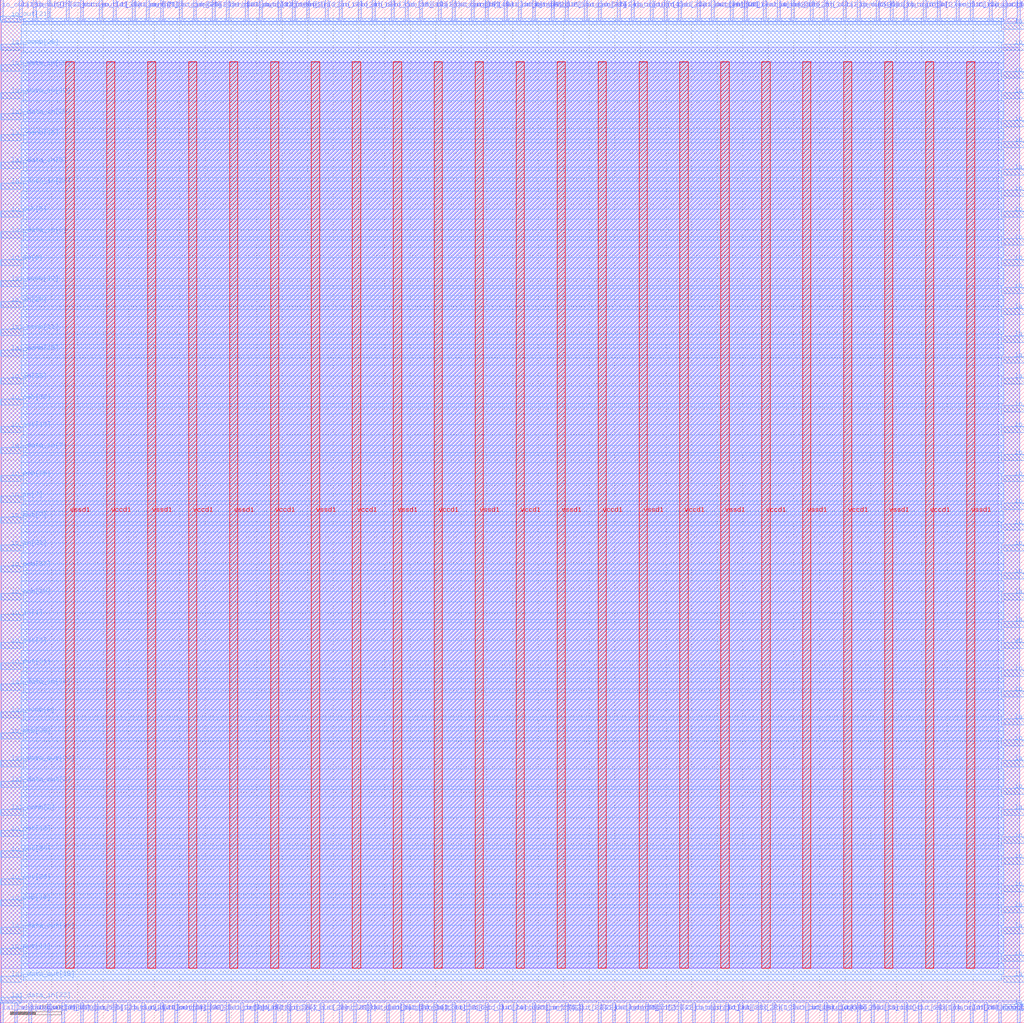
<source format=lef>
VERSION 5.7 ;
  NOWIREEXTENSIONATPIN ON ;
  DIVIDERCHAR "/" ;
  BUSBITCHARS "[]" ;
MACRO wrapped_skullfet
  CLASS BLOCK ;
  FOREIGN wrapped_skullfet ;
  ORIGIN 0.000 0.000 ;
  SIZE 200.000 BY 200.000 ;
  PIN active
    DIRECTION INPUT ;
    USE SIGNAL ;
    PORT
      LAYER met2 ;
        RECT 15.590 196.000 16.150 200.000 ;
    END
  END active
  PIN io_in[0]
    DIRECTION INPUT ;
    USE SIGNAL ;
    PORT
      LAYER met2 ;
        RECT 53.310 0.000 53.870 4.000 ;
    END
  END io_in[0]
  PIN io_in[10]
    DIRECTION INPUT ;
    USE SIGNAL ;
    PORT
      LAYER met2 ;
        RECT 123.230 196.000 123.790 200.000 ;
    END
  END io_in[10]
  PIN io_in[11]
    DIRECTION INPUT ;
    USE SIGNAL ;
    PORT
      LAYER met2 ;
        RECT 28.470 196.000 29.030 200.000 ;
    END
  END io_in[11]
  PIN io_in[12]
    DIRECTION INPUT ;
    USE SIGNAL ;
    PORT
      LAYER met3 ;
        RECT 196.000 161.580 200.000 162.780 ;
    END
  END io_in[12]
  PIN io_in[13]
    DIRECTION INPUT ;
    USE SIGNAL ;
    PORT
      LAYER met2 ;
        RECT 81.830 0.000 82.390 4.000 ;
    END
  END io_in[13]
  PIN io_in[14]
    DIRECTION INPUT ;
    USE SIGNAL ;
    PORT
      LAYER met2 ;
        RECT 91.950 196.000 92.510 200.000 ;
    END
  END io_in[14]
  PIN io_in[15]
    DIRECTION INPUT ;
    USE SIGNAL ;
    PORT
      LAYER met3 ;
        RECT 196.000 171.100 200.000 172.300 ;
    END
  END io_in[15]
  PIN io_in[16]
    DIRECTION INPUT ;
    USE SIGNAL ;
    PORT
      LAYER met2 ;
        RECT 185.790 0.000 186.350 4.000 ;
    END
  END io_in[16]
  PIN io_in[17]
    DIRECTION INPUT ;
    USE SIGNAL ;
    PORT
      LAYER met2 ;
        RECT 63.430 196.000 63.990 200.000 ;
    END
  END io_in[17]
  PIN io_in[18]
    DIRECTION INPUT ;
    USE SIGNAL ;
    PORT
      LAYER met2 ;
        RECT 69.870 196.000 70.430 200.000 ;
    END
  END io_in[18]
  PIN io_in[19]
    DIRECTION INPUT ;
    USE SIGNAL ;
    PORT
      LAYER met2 ;
        RECT 148.070 0.000 148.630 4.000 ;
    END
  END io_in[19]
  PIN io_in[1]
    DIRECTION INPUT ;
    USE SIGNAL ;
    PORT
      LAYER met3 ;
        RECT 0.000 78.620 4.000 79.820 ;
    END
  END io_in[1]
  PIN io_in[20]
    DIRECTION INPUT ;
    USE SIGNAL ;
    PORT
      LAYER met3 ;
        RECT 0.000 139.820 4.000 141.020 ;
    END
  END io_in[20]
  PIN io_in[21]
    DIRECTION INPUT ;
    USE SIGNAL ;
    PORT
      LAYER met3 ;
        RECT 0.000 92.220 4.000 93.420 ;
    END
  END io_in[21]
  PIN io_in[22]
    DIRECTION INPUT ;
    USE SIGNAL ;
    PORT
      LAYER met3 ;
        RECT 196.000 35.100 200.000 36.300 ;
    END
  END io_in[22]
  PIN io_in[23]
    DIRECTION INPUT ;
    USE SIGNAL ;
    PORT
      LAYER met2 ;
        RECT 59.750 196.000 60.310 200.000 ;
    END
  END io_in[23]
  PIN io_in[24]
    DIRECTION INPUT ;
    USE SIGNAL ;
    PORT
      LAYER met2 ;
        RECT 50.550 196.000 51.110 200.000 ;
    END
  END io_in[24]
  PIN io_in[25]
    DIRECTION INPUT ;
    USE SIGNAL ;
    PORT
      LAYER met2 ;
        RECT 128.750 0.000 129.310 4.000 ;
    END
  END io_in[25]
  PIN io_in[26]
    DIRECTION INPUT ;
    USE SIGNAL ;
    PORT
      LAYER met2 ;
        RECT 125.990 0.000 126.550 4.000 ;
    END
  END io_in[26]
  PIN io_in[27]
    DIRECTION INPUT ;
    USE SIGNAL ;
    PORT
      LAYER met3 ;
        RECT 196.000 11.980 200.000 13.180 ;
    END
  END io_in[27]
  PIN io_in[28]
    DIRECTION INPUT ;
    USE SIGNAL ;
    PORT
      LAYER met2 ;
        RECT 113.110 0.000 113.670 4.000 ;
    END
  END io_in[28]
  PIN io_in[29]
    DIRECTION INPUT ;
    USE SIGNAL ;
    PORT
      LAYER met2 ;
        RECT 198.670 196.000 199.230 200.000 ;
    END
  END io_in[29]
  PIN io_in[2]
    DIRECTION INPUT ;
    USE SIGNAL ;
    PORT
      LAYER met2 ;
        RECT 56.070 0.000 56.630 4.000 ;
    END
  END io_in[2]
  PIN io_in[30]
    DIRECTION INPUT ;
    USE SIGNAL ;
    PORT
      LAYER met3 ;
        RECT 196.000 54.140 200.000 55.340 ;
    END
  END io_in[30]
  PIN io_in[31]
    DIRECTION INPUT ;
    USE SIGNAL ;
    PORT
      LAYER met2 ;
        RECT 9.150 196.000 9.710 200.000 ;
    END
  END io_in[31]
  PIN io_in[32]
    DIRECTION INPUT ;
    USE SIGNAL ;
    PORT
      LAYER met2 ;
        RECT 106.670 0.000 107.230 4.000 ;
    END
  END io_in[32]
  PIN io_in[33]
    DIRECTION INPUT ;
    USE SIGNAL ;
    PORT
      LAYER met3 ;
        RECT 0.000 124.860 4.000 126.060 ;
    END
  END io_in[33]
  PIN io_in[34]
    DIRECTION INPUT ;
    USE SIGNAL ;
    PORT
      LAYER met2 ;
        RECT 158.190 196.000 158.750 200.000 ;
    END
  END io_in[34]
  PIN io_in[35]
    DIRECTION INPUT ;
    USE SIGNAL ;
    PORT
      LAYER met2 ;
        RECT 176.590 196.000 177.150 200.000 ;
    END
  END io_in[35]
  PIN io_in[36]
    DIRECTION INPUT ;
    USE SIGNAL ;
    PORT
      LAYER met3 ;
        RECT 196.000 109.900 200.000 111.100 ;
    END
  END io_in[36]
  PIN io_in[37]
    DIRECTION INPUT ;
    USE SIGNAL ;
    PORT
      LAYER met2 ;
        RECT 180.270 196.000 180.830 200.000 ;
    END
  END io_in[37]
  PIN io_in[3]
    DIRECTION INPUT ;
    USE SIGNAL ;
    PORT
      LAYER met2 ;
        RECT 126.910 196.000 127.470 200.000 ;
    END
  END io_in[3]
  PIN io_in[4]
    DIRECTION INPUT ;
    USE SIGNAL ;
    PORT
      LAYER met3 ;
        RECT 196.000 105.820 200.000 107.020 ;
    END
  END io_in[4]
  PIN io_in[5]
    DIRECTION INPUT ;
    USE SIGNAL ;
    PORT
      LAYER met3 ;
        RECT 196.000 190.140 200.000 191.340 ;
    END
  END io_in[5]
  PIN io_in[6]
    DIRECTION INPUT ;
    USE SIGNAL ;
    PORT
      LAYER met3 ;
        RECT 0.000 147.980 4.000 149.180 ;
    END
  END io_in[6]
  PIN io_in[7]
    DIRECTION INPUT ;
    USE SIGNAL ;
    PORT
      LAYER met3 ;
        RECT 0.000 101.740 4.000 102.940 ;
    END
  END io_in[7]
  PIN io_in[8]
    DIRECTION INPUT ;
    USE SIGNAL ;
    PORT
      LAYER met3 ;
        RECT 196.000 119.420 200.000 120.620 ;
    END
  END io_in[8]
  PIN io_in[9]
    DIRECTION INPUT ;
    USE SIGNAL ;
    PORT
      LAYER met2 ;
        RECT 56.990 196.000 57.550 200.000 ;
    END
  END io_in[9]
  PIN io_oeb[0]
    DIRECTION OUTPUT TRISTATE ;
    USE SIGNAL ;
    PORT
      LAYER met2 ;
        RECT 91.030 0.000 91.590 4.000 ;
    END
  END io_oeb[0]
  PIN io_oeb[10]
    DIRECTION OUTPUT TRISTATE ;
    USE SIGNAL ;
    PORT
      LAYER met3 ;
        RECT 0.000 82.700 4.000 83.900 ;
    END
  END io_oeb[10]
  PIN io_oeb[11]
    DIRECTION OUTPUT TRISTATE ;
    USE SIGNAL ;
    PORT
      LAYER met3 ;
        RECT 196.000 96.300 200.000 97.500 ;
    END
  END io_oeb[11]
  PIN io_oeb[12]
    DIRECTION OUTPUT TRISTATE ;
    USE SIGNAL ;
    PORT
      LAYER met3 ;
        RECT 196.000 31.020 200.000 32.220 ;
    END
  END io_oeb[12]
  PIN io_oeb[13]
    DIRECTION OUTPUT TRISTATE ;
    USE SIGNAL ;
    PORT
      LAYER met3 ;
        RECT 196.000 25.580 200.000 26.780 ;
    END
  END io_oeb[13]
  PIN io_oeb[14]
    DIRECTION OUTPUT TRISTATE ;
    USE SIGNAL ;
    PORT
      LAYER met3 ;
        RECT 0.000 22.860 4.000 24.060 ;
    END
  END io_oeb[14]
  PIN io_oeb[15]
    DIRECTION OUTPUT TRISTATE ;
    USE SIGNAL ;
    PORT
      LAYER met2 ;
        RECT 76.310 196.000 76.870 200.000 ;
    END
  END io_oeb[15]
  PIN io_oeb[16]
    DIRECTION OUTPUT TRISTATE ;
    USE SIGNAL ;
    PORT
      LAYER met2 ;
        RECT 179.350 0.000 179.910 4.000 ;
    END
  END io_oeb[16]
  PIN io_oeb[17]
    DIRECTION OUTPUT TRISTATE ;
    USE SIGNAL ;
    PORT
      LAYER met2 ;
        RECT 46.870 0.000 47.430 4.000 ;
    END
  END io_oeb[17]
  PIN io_oeb[18]
    DIRECTION OUTPUT TRISTATE ;
    USE SIGNAL ;
    PORT
      LAYER met2 ;
        RECT 151.750 196.000 152.310 200.000 ;
    END
  END io_oeb[18]
  PIN io_oeb[19]
    DIRECTION OUTPUT TRISTATE ;
    USE SIGNAL ;
    PORT
      LAYER met2 ;
        RECT 79.070 196.000 79.630 200.000 ;
    END
  END io_oeb[19]
  PIN io_oeb[1]
    DIRECTION OUTPUT TRISTATE ;
    USE SIGNAL ;
    PORT
      LAYER met2 ;
        RECT 135.190 0.000 135.750 4.000 ;
    END
  END io_oeb[1]
  PIN io_oeb[20]
    DIRECTION OUTPUT TRISTATE ;
    USE SIGNAL ;
    PORT
      LAYER met3 ;
        RECT 196.000 63.660 200.000 64.860 ;
    END
  END io_oeb[20]
  PIN io_oeb[21]
    DIRECTION OUTPUT TRISTATE ;
    USE SIGNAL ;
    PORT
      LAYER met2 ;
        RECT 34.910 196.000 35.470 200.000 ;
    END
  END io_oeb[21]
  PIN io_oeb[22]
    DIRECTION OUTPUT TRISTATE ;
    USE SIGNAL ;
    PORT
      LAYER met2 ;
        RECT 18.350 0.000 18.910 4.000 ;
    END
  END io_oeb[22]
  PIN io_oeb[23]
    DIRECTION OUTPUT TRISTATE ;
    USE SIGNAL ;
    PORT
      LAYER met2 ;
        RECT 114.030 196.000 114.590 200.000 ;
    END
  END io_oeb[23]
  PIN io_oeb[24]
    DIRECTION OUTPUT TRISTATE ;
    USE SIGNAL ;
    PORT
      LAYER met2 ;
        RECT 116.790 196.000 117.350 200.000 ;
    END
  END io_oeb[24]
  PIN io_oeb[25]
    DIRECTION OUTPUT TRISTATE ;
    USE SIGNAL ;
    PORT
      LAYER met2 ;
        RECT 163.710 0.000 164.270 4.000 ;
    END
  END io_oeb[25]
  PIN io_oeb[26]
    DIRECTION OUTPUT TRISTATE ;
    USE SIGNAL ;
    PORT
      LAYER met3 ;
        RECT 196.000 147.980 200.000 149.180 ;
    END
  END io_oeb[26]
  PIN io_oeb[27]
    DIRECTION OUTPUT TRISTATE ;
    USE SIGNAL ;
    PORT
      LAYER met2 ;
        RECT 129.670 196.000 130.230 200.000 ;
    END
  END io_oeb[27]
  PIN io_oeb[28]
    DIRECTION OUTPUT TRISTATE ;
    USE SIGNAL ;
    PORT
      LAYER met2 ;
        RECT 144.390 0.000 144.950 4.000 ;
    END
  END io_oeb[28]
  PIN io_oeb[29]
    DIRECTION OUTPUT TRISTATE ;
    USE SIGNAL ;
    PORT
      LAYER met3 ;
        RECT 196.000 115.340 200.000 116.540 ;
    END
  END io_oeb[29]
  PIN io_oeb[2]
    DIRECTION OUTPUT TRISTATE ;
    USE SIGNAL ;
    PORT
      LAYER met2 ;
        RECT 171.070 196.000 171.630 200.000 ;
    END
  END io_oeb[2]
  PIN io_oeb[30]
    DIRECTION OUTPUT TRISTATE ;
    USE SIGNAL ;
    PORT
      LAYER met2 ;
        RECT 37.670 196.000 38.230 200.000 ;
    END
  END io_oeb[30]
  PIN io_oeb[31]
    DIRECTION OUTPUT TRISTATE ;
    USE SIGNAL ;
    PORT
      LAYER met2 ;
        RECT 141.630 0.000 142.190 4.000 ;
    END
  END io_oeb[31]
  PIN io_oeb[32]
    DIRECTION OUTPUT TRISTATE ;
    USE SIGNAL ;
    PORT
      LAYER met3 ;
        RECT 0.000 120.780 4.000 121.980 ;
    END
  END io_oeb[32]
  PIN io_oeb[33]
    DIRECTION OUTPUT TRISTATE ;
    USE SIGNAL ;
    PORT
      LAYER met2 ;
        RECT 167.390 0.000 167.950 4.000 ;
    END
  END io_oeb[33]
  PIN io_oeb[34]
    DIRECTION OUTPUT TRISTATE ;
    USE SIGNAL ;
    PORT
      LAYER met2 ;
        RECT 66.190 196.000 66.750 200.000 ;
    END
  END io_oeb[34]
  PIN io_oeb[35]
    DIRECTION OUTPUT TRISTATE ;
    USE SIGNAL ;
    PORT
      LAYER met3 ;
        RECT 0.000 105.820 4.000 107.020 ;
    END
  END io_oeb[35]
  PIN io_oeb[36]
    DIRECTION OUTPUT TRISTATE ;
    USE SIGNAL ;
    PORT
      LAYER met3 ;
        RECT 0.000 55.500 4.000 56.700 ;
    END
  END io_oeb[36]
  PIN io_oeb[37]
    DIRECTION OUTPUT TRISTATE ;
    USE SIGNAL ;
    PORT
      LAYER met3 ;
        RECT 0.000 88.140 4.000 89.340 ;
    END
  END io_oeb[37]
  PIN io_oeb[3]
    DIRECTION OUTPUT TRISTATE ;
    USE SIGNAL ;
    PORT
      LAYER met2 ;
        RECT 88.270 0.000 88.830 4.000 ;
    END
  END io_oeb[3]
  PIN io_oeb[4]
    DIRECTION OUTPUT TRISTATE ;
    USE SIGNAL ;
    PORT
      LAYER met2 ;
        RECT 172.910 0.000 173.470 4.000 ;
    END
  END io_oeb[4]
  PIN io_oeb[5]
    DIRECTION OUTPUT TRISTATE ;
    USE SIGNAL ;
    PORT
      LAYER met3 ;
        RECT 0.000 157.500 4.000 158.700 ;
    END
  END io_oeb[5]
  PIN io_oeb[6]
    DIRECTION OUTPUT TRISTATE ;
    USE SIGNAL ;
    PORT
      LAYER met3 ;
        RECT 196.000 44.620 200.000 45.820 ;
    END
  END io_oeb[6]
  PIN io_oeb[7]
    DIRECTION OUTPUT TRISTATE ;
    USE SIGNAL ;
    PORT
      LAYER met2 ;
        RECT 72.630 196.000 73.190 200.000 ;
    END
  END io_oeb[7]
  PIN io_oeb[8]
    DIRECTION OUTPUT TRISTATE ;
    USE SIGNAL ;
    PORT
      LAYER met2 ;
        RECT 15.590 0.000 16.150 4.000 ;
    END
  END io_oeb[8]
  PIN io_oeb[9]
    DIRECTION OUTPUT TRISTATE ;
    USE SIGNAL ;
    PORT
      LAYER met2 ;
        RECT 37.670 0.000 38.230 4.000 ;
    END
  END io_oeb[9]
  PIN io_out[0]
    DIRECTION OUTPUT TRISTATE ;
    USE SIGNAL ;
    PORT
      LAYER met3 ;
        RECT 196.000 184.700 200.000 185.900 ;
    END
  END io_out[0]
  PIN io_out[10]
    DIRECTION OUTPUT TRISTATE ;
    USE SIGNAL ;
    PORT
      LAYER met3 ;
        RECT 196.000 92.220 200.000 93.420 ;
    END
  END io_out[10]
  PIN io_out[11]
    DIRECTION OUTPUT TRISTATE ;
    USE SIGNAL ;
    PORT
      LAYER met3 ;
        RECT 0.000 13.340 4.000 14.540 ;
    END
  END io_out[11]
  PIN io_out[12]
    DIRECTION OUTPUT TRISTATE ;
    USE SIGNAL ;
    PORT
      LAYER met3 ;
        RECT 0.000 36.460 4.000 37.660 ;
    END
  END io_out[12]
  PIN io_out[13]
    DIRECTION OUTPUT TRISTATE ;
    USE SIGNAL ;
    PORT
      LAYER met2 ;
        RECT 138.870 0.000 139.430 4.000 ;
    END
  END io_out[13]
  PIN io_out[14]
    DIRECTION OUTPUT TRISTATE ;
    USE SIGNAL ;
    PORT
      LAYER met3 ;
        RECT 196.000 152.060 200.000 153.260 ;
    END
  END io_out[14]
  PIN io_out[15]
    DIRECTION OUTPUT TRISTATE ;
    USE SIGNAL ;
    PORT
      LAYER met2 ;
        RECT -0.050 196.000 0.510 200.000 ;
    END
  END io_out[15]
  PIN io_out[16]
    DIRECTION OUTPUT TRISTATE ;
    USE SIGNAL ;
    PORT
      LAYER met3 ;
        RECT 196.000 86.780 200.000 87.980 ;
    END
  END io_out[16]
  PIN io_out[17]
    DIRECTION OUTPUT TRISTATE ;
    USE SIGNAL ;
    PORT
      LAYER met2 ;
        RECT 186.710 196.000 187.270 200.000 ;
    END
  END io_out[17]
  PIN io_out[18]
    DIRECTION OUTPUT TRISTATE ;
    USE SIGNAL ;
    PORT
      LAYER met2 ;
        RECT 160.950 0.000 161.510 4.000 ;
    END
  END io_out[18]
  PIN io_out[19]
    DIRECTION OUTPUT TRISTATE ;
    USE SIGNAL ;
    PORT
      LAYER met3 ;
        RECT 0.000 115.340 4.000 116.540 ;
    END
  END io_out[19]
  PIN io_out[1]
    DIRECTION OUTPUT TRISTATE ;
    USE SIGNAL ;
    PORT
      LAYER met2 ;
        RECT 142.550 196.000 143.110 200.000 ;
    END
  END io_out[1]
  PIN io_out[20]
    DIRECTION OUTPUT TRISTATE ;
    USE SIGNAL ;
    PORT
      LAYER met2 ;
        RECT 167.390 196.000 167.950 200.000 ;
    END
  END io_out[20]
  PIN io_out[21]
    DIRECTION OUTPUT TRISTATE ;
    USE SIGNAL ;
    PORT
      LAYER met3 ;
        RECT 0.000 195.580 4.000 196.780 ;
    END
  END io_out[21]
  PIN io_out[22]
    DIRECTION OUTPUT TRISTATE ;
    USE SIGNAL ;
    PORT
      LAYER met2 ;
        RECT 110.350 0.000 110.910 4.000 ;
    END
  END io_out[22]
  PIN io_out[23]
    DIRECTION OUTPUT TRISTATE ;
    USE SIGNAL ;
    PORT
      LAYER met3 ;
        RECT 196.000 67.740 200.000 68.940 ;
    END
  END io_out[23]
  PIN io_out[24]
    DIRECTION OUTPUT TRISTATE ;
    USE SIGNAL ;
    PORT
      LAYER met2 ;
        RECT 94.710 0.000 95.270 4.000 ;
    END
  END io_out[24]
  PIN io_out[25]
    DIRECTION OUTPUT TRISTATE ;
    USE SIGNAL ;
    PORT
      LAYER met2 ;
        RECT 154.510 196.000 155.070 200.000 ;
    END
  END io_out[25]
  PIN io_out[26]
    DIRECTION OUTPUT TRISTATE ;
    USE SIGNAL ;
    PORT
      LAYER met3 ;
        RECT 0.000 26.940 4.000 28.140 ;
    END
  END io_out[26]
  PIN io_out[27]
    DIRECTION OUTPUT TRISTATE ;
    USE SIGNAL ;
    PORT
      LAYER met2 ;
        RECT 160.950 196.000 161.510 200.000 ;
    END
  END io_out[27]
  PIN io_out[28]
    DIRECTION OUTPUT TRISTATE ;
    USE SIGNAL ;
    PORT
      LAYER met2 ;
        RECT 59.750 0.000 60.310 4.000 ;
    END
  END io_out[28]
  PIN io_out[29]
    DIRECTION OUTPUT TRISTATE ;
    USE SIGNAL ;
    PORT
      LAYER met2 ;
        RECT 176.590 0.000 177.150 4.000 ;
    END
  END io_out[29]
  PIN io_out[2]
    DIRECTION OUTPUT TRISTATE ;
    USE SIGNAL ;
    PORT
      LAYER met2 ;
        RECT 24.790 0.000 25.350 4.000 ;
    END
  END io_out[2]
  PIN io_out[30]
    DIRECTION OUTPUT TRISTATE ;
    USE SIGNAL ;
    PORT
      LAYER met3 ;
        RECT 0.000 32.380 4.000 33.580 ;
    END
  END io_out[30]
  PIN io_out[31]
    DIRECTION OUTPUT TRISTATE ;
    USE SIGNAL ;
    PORT
      LAYER met3 ;
        RECT 0.000 69.100 4.000 70.300 ;
    END
  END io_out[31]
  PIN io_out[32]
    DIRECTION OUTPUT TRISTATE ;
    USE SIGNAL ;
    PORT
      LAYER met2 ;
        RECT 19.270 196.000 19.830 200.000 ;
    END
  END io_out[32]
  PIN io_out[33]
    DIRECTION OUTPUT TRISTATE ;
    USE SIGNAL ;
    PORT
      LAYER met2 ;
        RECT 194.990 0.000 195.550 4.000 ;
    END
  END io_out[33]
  PIN io_out[34]
    DIRECTION OUTPUT TRISTATE ;
    USE SIGNAL ;
    PORT
      LAYER met3 ;
        RECT 196.000 157.500 200.000 158.700 ;
    END
  END io_out[34]
  PIN io_out[35]
    DIRECTION OUTPUT TRISTATE ;
    USE SIGNAL ;
    PORT
      LAYER met3 ;
        RECT 196.000 142.540 200.000 143.740 ;
    END
  END io_out[35]
  PIN io_out[36]
    DIRECTION OUTPUT TRISTATE ;
    USE SIGNAL ;
    PORT
      LAYER met2 ;
        RECT 81.830 196.000 82.390 200.000 ;
    END
  END io_out[36]
  PIN io_out[37]
    DIRECTION OUTPUT TRISTATE ;
    USE SIGNAL ;
    PORT
      LAYER met3 ;
        RECT 196.000 175.180 200.000 176.380 ;
    END
  END io_out[37]
  PIN io_out[3]
    DIRECTION OUTPUT TRISTATE ;
    USE SIGNAL ;
    PORT
      LAYER met2 ;
        RECT 6.390 196.000 6.950 200.000 ;
    END
  END io_out[3]
  PIN io_out[4]
    DIRECTION OUTPUT TRISTATE ;
    USE SIGNAL ;
    PORT
      LAYER met3 ;
        RECT 196.000 100.380 200.000 101.580 ;
    END
  END io_out[4]
  PIN io_out[5]
    DIRECTION OUTPUT TRISTATE ;
    USE SIGNAL ;
    PORT
      LAYER met2 ;
        RECT 107.590 196.000 108.150 200.000 ;
    END
  END io_out[5]
  PIN io_out[6]
    DIRECTION OUTPUT TRISTATE ;
    USE SIGNAL ;
    PORT
      LAYER met2 ;
        RECT 193.150 196.000 193.710 200.000 ;
    END
  END io_out[6]
  PIN io_out[7]
    DIRECTION OUTPUT TRISTATE ;
    USE SIGNAL ;
    PORT
      LAYER met3 ;
        RECT 0.000 97.660 4.000 98.860 ;
    END
  END io_out[7]
  PIN io_out[8]
    DIRECTION OUTPUT TRISTATE ;
    USE SIGNAL ;
    PORT
      LAYER met2 ;
        RECT 66.190 0.000 66.750 4.000 ;
    END
  END io_out[8]
  PIN io_out[9]
    DIRECTION OUTPUT TRISTATE ;
    USE SIGNAL ;
    PORT
      LAYER met3 ;
        RECT 0.000 73.180 4.000 74.380 ;
    END
  END io_out[9]
  PIN la1_data_in[0]
    DIRECTION INPUT ;
    USE SIGNAL ;
    PORT
      LAYER met2 ;
        RECT 198.670 0.000 199.230 4.000 ;
    END
  END la1_data_in[0]
  PIN la1_data_in[10]
    DIRECTION INPUT ;
    USE SIGNAL ;
    PORT
      LAYER met2 ;
        RECT 75.390 0.000 75.950 4.000 ;
    END
  END la1_data_in[10]
  PIN la1_data_in[11]
    DIRECTION INPUT ;
    USE SIGNAL ;
    PORT
      LAYER met2 ;
        RECT 192.230 0.000 192.790 4.000 ;
    END
  END la1_data_in[11]
  PIN la1_data_in[12]
    DIRECTION INPUT ;
    USE SIGNAL ;
    PORT
      LAYER met3 ;
        RECT 0.000 180.620 4.000 181.820 ;
    END
  END la1_data_in[12]
  PIN la1_data_in[13]
    DIRECTION INPUT ;
    USE SIGNAL ;
    PORT
      LAYER met2 ;
        RECT 116.790 0.000 117.350 4.000 ;
    END
  END la1_data_in[13]
  PIN la1_data_in[14]
    DIRECTION INPUT ;
    USE SIGNAL ;
    PORT
      LAYER met3 ;
        RECT 0.000 65.020 4.000 66.220 ;
    END
  END la1_data_in[14]
  PIN la1_data_in[15]
    DIRECTION INPUT ;
    USE SIGNAL ;
    PORT
      LAYER met2 ;
        RECT 85.510 196.000 86.070 200.000 ;
    END
  END la1_data_in[15]
  PIN la1_data_in[16]
    DIRECTION INPUT ;
    USE SIGNAL ;
    PORT
      LAYER met2 ;
        RECT 136.110 196.000 136.670 200.000 ;
    END
  END la1_data_in[16]
  PIN la1_data_in[17]
    DIRECTION INPUT ;
    USE SIGNAL ;
    PORT
      LAYER met2 ;
        RECT 110.350 196.000 110.910 200.000 ;
    END
  END la1_data_in[17]
  PIN la1_data_in[18]
    DIRECTION INPUT ;
    USE SIGNAL ;
    PORT
      LAYER met2 ;
        RECT 150.830 0.000 151.390 4.000 ;
    END
  END la1_data_in[18]
  PIN la1_data_in[19]
    DIRECTION INPUT ;
    USE SIGNAL ;
    PORT
      LAYER met2 ;
        RECT 88.270 196.000 88.830 200.000 ;
    END
  END la1_data_in[19]
  PIN la1_data_in[1]
    DIRECTION INPUT ;
    USE SIGNAL ;
    PORT
      LAYER met2 ;
        RECT 68.950 0.000 69.510 4.000 ;
    END
  END la1_data_in[1]
  PIN la1_data_in[20]
    DIRECTION INPUT ;
    USE SIGNAL ;
    PORT
      LAYER met3 ;
        RECT 0.000 176.540 4.000 177.740 ;
    END
  END la1_data_in[20]
  PIN la1_data_in[21]
    DIRECTION INPUT ;
    USE SIGNAL ;
    PORT
      LAYER met2 ;
        RECT 195.910 196.000 196.470 200.000 ;
    END
  END la1_data_in[21]
  PIN la1_data_in[22]
    DIRECTION INPUT ;
    USE SIGNAL ;
    PORT
      LAYER met3 ;
        RECT 196.000 2.460 200.000 3.660 ;
    END
  END la1_data_in[22]
  PIN la1_data_in[23]
    DIRECTION INPUT ;
    USE SIGNAL ;
    PORT
      LAYER met3 ;
        RECT 0.000 3.820 4.000 5.020 ;
    END
  END la1_data_in[23]
  PIN la1_data_in[24]
    DIRECTION INPUT ;
    USE SIGNAL ;
    PORT
      LAYER met2 ;
        RECT 49.630 0.000 50.190 4.000 ;
    END
  END la1_data_in[24]
  PIN la1_data_in[25]
    DIRECTION INPUT ;
    USE SIGNAL ;
    PORT
      LAYER met3 ;
        RECT 0.000 186.060 4.000 187.260 ;
    END
  END la1_data_in[25]
  PIN la1_data_in[26]
    DIRECTION INPUT ;
    USE SIGNAL ;
    PORT
      LAYER met2 ;
        RECT 183.030 0.000 183.590 4.000 ;
    END
  END la1_data_in[26]
  PIN la1_data_in[27]
    DIRECTION INPUT ;
    USE SIGNAL ;
    PORT
      LAYER met2 ;
        RECT 100.230 0.000 100.790 4.000 ;
    END
  END la1_data_in[27]
  PIN la1_data_in[28]
    DIRECTION INPUT ;
    USE SIGNAL ;
    PORT
      LAYER met3 ;
        RECT 0.000 162.940 4.000 164.140 ;
    END
  END la1_data_in[28]
  PIN la1_data_in[29]
    DIRECTION INPUT ;
    USE SIGNAL ;
    PORT
      LAYER met2 ;
        RECT 31.230 196.000 31.790 200.000 ;
    END
  END la1_data_in[29]
  PIN la1_data_in[2]
    DIRECTION INPUT ;
    USE SIGNAL ;
    PORT
      LAYER met2 ;
        RECT 40.430 0.000 40.990 4.000 ;
    END
  END la1_data_in[2]
  PIN la1_data_in[30]
    DIRECTION INPUT ;
    USE SIGNAL ;
    PORT
      LAYER met2 ;
        RECT 5.470 0.000 6.030 4.000 ;
    END
  END la1_data_in[30]
  PIN la1_data_in[31]
    DIRECTION INPUT ;
    USE SIGNAL ;
    PORT
      LAYER met2 ;
        RECT 132.430 0.000 132.990 4.000 ;
    END
  END la1_data_in[31]
  PIN la1_data_in[3]
    DIRECTION INPUT ;
    USE SIGNAL ;
    PORT
      LAYER met3 ;
        RECT 0.000 153.420 4.000 154.620 ;
    END
  END la1_data_in[3]
  PIN la1_data_in[4]
    DIRECTION INPUT ;
    USE SIGNAL ;
    PORT
      LAYER met2 ;
        RECT 173.830 196.000 174.390 200.000 ;
    END
  END la1_data_in[4]
  PIN la1_data_in[5]
    DIRECTION INPUT ;
    USE SIGNAL ;
    PORT
      LAYER met3 ;
        RECT 196.000 77.260 200.000 78.460 ;
    END
  END la1_data_in[5]
  PIN la1_data_in[6]
    DIRECTION INPUT ;
    USE SIGNAL ;
    PORT
      LAYER met2 ;
        RECT 94.710 196.000 95.270 200.000 ;
    END
  END la1_data_in[6]
  PIN la1_data_in[7]
    DIRECTION INPUT ;
    USE SIGNAL ;
    PORT
      LAYER met3 ;
        RECT 0.000 111.260 4.000 112.460 ;
    END
  END la1_data_in[7]
  PIN la1_data_in[8]
    DIRECTION INPUT ;
    USE SIGNAL ;
    PORT
      LAYER met2 ;
        RECT 98.390 196.000 98.950 200.000 ;
    END
  END la1_data_in[8]
  PIN la1_data_in[9]
    DIRECTION INPUT ;
    USE SIGNAL ;
    PORT
      LAYER met3 ;
        RECT 0.000 167.020 4.000 168.220 ;
    END
  END la1_data_in[9]
  PIN la1_data_out[0]
    DIRECTION OUTPUT TRISTATE ;
    USE SIGNAL ;
    PORT
      LAYER met2 ;
        RECT 27.550 0.000 28.110 4.000 ;
    END
  END la1_data_out[0]
  PIN la1_data_out[10]
    DIRECTION OUTPUT TRISTATE ;
    USE SIGNAL ;
    PORT
      LAYER met3 ;
        RECT 196.000 17.420 200.000 18.620 ;
    END
  END la1_data_out[10]
  PIN la1_data_out[11]
    DIRECTION OUTPUT TRISTATE ;
    USE SIGNAL ;
    PORT
      LAYER met2 ;
        RECT 78.150 0.000 78.710 4.000 ;
    END
  END la1_data_out[11]
  PIN la1_data_out[12]
    DIRECTION OUTPUT TRISTATE ;
    USE SIGNAL ;
    PORT
      LAYER met3 ;
        RECT 196.000 180.620 200.000 181.820 ;
    END
  END la1_data_out[12]
  PIN la1_data_out[13]
    DIRECTION OUTPUT TRISTATE ;
    USE SIGNAL ;
    PORT
      LAYER met2 ;
        RECT 44.110 196.000 44.670 200.000 ;
    END
  END la1_data_out[13]
  PIN la1_data_out[14]
    DIRECTION OUTPUT TRISTATE ;
    USE SIGNAL ;
    PORT
      LAYER met2 ;
        RECT 120.470 196.000 121.030 200.000 ;
    END
  END la1_data_out[14]
  PIN la1_data_out[15]
    DIRECTION OUTPUT TRISTATE ;
    USE SIGNAL ;
    PORT
      LAYER met3 ;
        RECT 0.000 7.900 4.000 9.100 ;
    END
  END la1_data_out[15]
  PIN la1_data_out[16]
    DIRECTION OUTPUT TRISTATE ;
    USE SIGNAL ;
    PORT
      LAYER met3 ;
        RECT 196.000 40.540 200.000 41.740 ;
    END
  END la1_data_out[16]
  PIN la1_data_out[17]
    DIRECTION OUTPUT TRISTATE ;
    USE SIGNAL ;
    PORT
      LAYER met3 ;
        RECT 196.000 133.020 200.000 134.220 ;
    END
  END la1_data_out[17]
  PIN la1_data_out[18]
    DIRECTION OUTPUT TRISTATE ;
    USE SIGNAL ;
    PORT
      LAYER met2 ;
        RECT 47.790 196.000 48.350 200.000 ;
    END
  END la1_data_out[18]
  PIN la1_data_out[19]
    DIRECTION OUTPUT TRISTATE ;
    USE SIGNAL ;
    PORT
      LAYER met3 ;
        RECT 196.000 82.700 200.000 83.900 ;
    END
  END la1_data_out[19]
  PIN la1_data_out[1]
    DIRECTION OUTPUT TRISTATE ;
    USE SIGNAL ;
    PORT
      LAYER met2 ;
        RECT 12.830 196.000 13.390 200.000 ;
    END
  END la1_data_out[1]
  PIN la1_data_out[20]
    DIRECTION OUTPUT TRISTATE ;
    USE SIGNAL ;
    PORT
      LAYER met3 ;
        RECT 0.000 50.060 4.000 51.260 ;
    END
  END la1_data_out[20]
  PIN la1_data_out[21]
    DIRECTION OUTPUT TRISTATE ;
    USE SIGNAL ;
    PORT
      LAYER met3 ;
        RECT 196.000 165.660 200.000 166.860 ;
    END
  END la1_data_out[21]
  PIN la1_data_out[22]
    DIRECTION OUTPUT TRISTATE ;
    USE SIGNAL ;
    PORT
      LAYER met2 ;
        RECT 132.430 196.000 132.990 200.000 ;
    END
  END la1_data_out[22]
  PIN la1_data_out[23]
    DIRECTION OUTPUT TRISTATE ;
    USE SIGNAL ;
    PORT
      LAYER met2 ;
        RECT 44.110 0.000 44.670 4.000 ;
    END
  END la1_data_out[23]
  PIN la1_data_out[24]
    DIRECTION OUTPUT TRISTATE ;
    USE SIGNAL ;
    PORT
      LAYER met3 ;
        RECT 196.000 50.060 200.000 51.260 ;
    END
  END la1_data_out[24]
  PIN la1_data_out[25]
    DIRECTION OUTPUT TRISTATE ;
    USE SIGNAL ;
    PORT
      LAYER met3 ;
        RECT 0.000 17.420 4.000 18.620 ;
    END
  END la1_data_out[25]
  PIN la1_data_out[26]
    DIRECTION OUTPUT TRISTATE ;
    USE SIGNAL ;
    PORT
      LAYER met2 ;
        RECT 189.470 0.000 190.030 4.000 ;
    END
  END la1_data_out[26]
  PIN la1_data_out[27]
    DIRECTION OUTPUT TRISTATE ;
    USE SIGNAL ;
    PORT
      LAYER met2 ;
        RECT 22.030 196.000 22.590 200.000 ;
    END
  END la1_data_out[27]
  PIN la1_data_out[28]
    DIRECTION OUTPUT TRISTATE ;
    USE SIGNAL ;
    PORT
      LAYER met2 ;
        RECT 154.510 0.000 155.070 4.000 ;
    END
  END la1_data_out[28]
  PIN la1_data_out[29]
    DIRECTION OUTPUT TRISTATE ;
    USE SIGNAL ;
    PORT
      LAYER met2 ;
        RECT 22.030 0.000 22.590 4.000 ;
    END
  END la1_data_out[29]
  PIN la1_data_out[2]
    DIRECTION OUTPUT TRISTATE ;
    USE SIGNAL ;
    PORT
      LAYER met2 ;
        RECT 71.710 0.000 72.270 4.000 ;
    END
  END la1_data_out[2]
  PIN la1_data_out[30]
    DIRECTION OUTPUT TRISTATE ;
    USE SIGNAL ;
    PORT
      LAYER met3 ;
        RECT 196.000 21.500 200.000 22.700 ;
    END
  END la1_data_out[30]
  PIN la1_data_out[31]
    DIRECTION OUTPUT TRISTATE ;
    USE SIGNAL ;
    PORT
      LAYER met3 ;
        RECT 196.000 194.220 200.000 195.420 ;
    END
  END la1_data_out[31]
  PIN la1_data_out[3]
    DIRECTION OUTPUT TRISTATE ;
    USE SIGNAL ;
    PORT
      LAYER met3 ;
        RECT 0.000 45.980 4.000 47.180 ;
    END
  END la1_data_out[3]
  PIN la1_data_out[4]
    DIRECTION OUTPUT TRISTATE ;
    USE SIGNAL ;
    PORT
      LAYER met2 ;
        RECT 157.270 0.000 157.830 4.000 ;
    END
  END la1_data_out[4]
  PIN la1_data_out[5]
    DIRECTION OUTPUT TRISTATE ;
    USE SIGNAL ;
    PORT
      LAYER met2 ;
        RECT 11.910 0.000 12.470 4.000 ;
    END
  END la1_data_out[5]
  PIN la1_data_out[6]
    DIRECTION OUTPUT TRISTATE ;
    USE SIGNAL ;
    PORT
      LAYER met3 ;
        RECT 196.000 58.220 200.000 59.420 ;
    END
  END la1_data_out[6]
  PIN la1_data_out[7]
    DIRECTION OUTPUT TRISTATE ;
    USE SIGNAL ;
    PORT
      LAYER met2 ;
        RECT 2.710 0.000 3.270 4.000 ;
    END
  END la1_data_out[7]
  PIN la1_data_out[8]
    DIRECTION OUTPUT TRISTATE ;
    USE SIGNAL ;
    PORT
      LAYER met3 ;
        RECT 196.000 138.460 200.000 139.660 ;
    END
  END la1_data_out[8]
  PIN la1_data_out[9]
    DIRECTION OUTPUT TRISTATE ;
    USE SIGNAL ;
    PORT
      LAYER met2 ;
        RECT 189.470 196.000 190.030 200.000 ;
    END
  END la1_data_out[9]
  PIN la1_oenb[0]
    DIRECTION INPUT ;
    USE SIGNAL ;
    PORT
      LAYER met2 ;
        RECT 170.150 0.000 170.710 4.000 ;
    END
  END la1_oenb[0]
  PIN la1_oenb[10]
    DIRECTION INPUT ;
    USE SIGNAL ;
    PORT
      LAYER met2 ;
        RECT 183.030 196.000 183.590 200.000 ;
    END
  END la1_oenb[10]
  PIN la1_oenb[11]
    DIRECTION INPUT ;
    USE SIGNAL ;
    PORT
      LAYER met3 ;
        RECT 0.000 134.380 4.000 135.580 ;
    END
  END la1_oenb[11]
  PIN la1_oenb[12]
    DIRECTION INPUT ;
    USE SIGNAL ;
    PORT
      LAYER met3 ;
        RECT 0.000 143.900 4.000 145.100 ;
    END
  END la1_oenb[12]
  PIN la1_oenb[13]
    DIRECTION INPUT ;
    USE SIGNAL ;
    PORT
      LAYER met2 ;
        RECT 103.910 0.000 104.470 4.000 ;
    END
  END la1_oenb[13]
  PIN la1_oenb[14]
    DIRECTION INPUT ;
    USE SIGNAL ;
    PORT
      LAYER met2 ;
        RECT -0.050 0.000 0.510 4.000 ;
    END
  END la1_oenb[14]
  PIN la1_oenb[15]
    DIRECTION INPUT ;
    USE SIGNAL ;
    PORT
      LAYER met2 ;
        RECT 122.310 0.000 122.870 4.000 ;
    END
  END la1_oenb[15]
  PIN la1_oenb[16]
    DIRECTION INPUT ;
    USE SIGNAL ;
    PORT
      LAYER met3 ;
        RECT 0.000 172.460 4.000 173.660 ;
    END
  END la1_oenb[16]
  PIN la1_oenb[17]
    DIRECTION INPUT ;
    USE SIGNAL ;
    PORT
      LAYER met2 ;
        RECT 41.350 196.000 41.910 200.000 ;
    END
  END la1_oenb[17]
  PIN la1_oenb[18]
    DIRECTION INPUT ;
    USE SIGNAL ;
    PORT
      LAYER met2 ;
        RECT 103.910 196.000 104.470 200.000 ;
    END
  END la1_oenb[18]
  PIN la1_oenb[19]
    DIRECTION INPUT ;
    USE SIGNAL ;
    PORT
      LAYER met3 ;
        RECT 0.000 130.300 4.000 131.500 ;
    END
  END la1_oenb[19]
  PIN la1_oenb[1]
    DIRECTION INPUT ;
    USE SIGNAL ;
    PORT
      LAYER met2 ;
        RECT 31.230 0.000 31.790 4.000 ;
    END
  END la1_oenb[1]
  PIN la1_oenb[20]
    DIRECTION INPUT ;
    USE SIGNAL ;
    PORT
      LAYER met2 ;
        RECT 9.150 0.000 9.710 4.000 ;
    END
  END la1_oenb[20]
  PIN la1_oenb[21]
    DIRECTION INPUT ;
    USE SIGNAL ;
    PORT
      LAYER met2 ;
        RECT 138.870 196.000 139.430 200.000 ;
    END
  END la1_oenb[21]
  PIN la1_oenb[22]
    DIRECTION INPUT ;
    USE SIGNAL ;
    PORT
      LAYER met2 ;
        RECT 101.150 196.000 101.710 200.000 ;
    END
  END la1_oenb[22]
  PIN la1_oenb[23]
    DIRECTION INPUT ;
    USE SIGNAL ;
    PORT
      LAYER met2 ;
        RECT 84.590 0.000 85.150 4.000 ;
    END
  END la1_oenb[23]
  PIN la1_oenb[24]
    DIRECTION INPUT ;
    USE SIGNAL ;
    PORT
      LAYER met2 ;
        RECT 164.630 196.000 165.190 200.000 ;
    END
  END la1_oenb[24]
  PIN la1_oenb[25]
    DIRECTION INPUT ;
    USE SIGNAL ;
    PORT
      LAYER met3 ;
        RECT 196.000 7.900 200.000 9.100 ;
    END
  END la1_oenb[25]
  PIN la1_oenb[26]
    DIRECTION INPUT ;
    USE SIGNAL ;
    PORT
      LAYER met3 ;
        RECT 0.000 190.140 4.000 191.340 ;
    END
  END la1_oenb[26]
  PIN la1_oenb[27]
    DIRECTION INPUT ;
    USE SIGNAL ;
    PORT
      LAYER met3 ;
        RECT 196.000 128.940 200.000 130.140 ;
    END
  END la1_oenb[27]
  PIN la1_oenb[28]
    DIRECTION INPUT ;
    USE SIGNAL ;
    PORT
      LAYER met2 ;
        RECT 33.990 0.000 34.550 4.000 ;
    END
  END la1_oenb[28]
  PIN la1_oenb[29]
    DIRECTION INPUT ;
    USE SIGNAL ;
    PORT
      LAYER met2 ;
        RECT 62.510 0.000 63.070 4.000 ;
    END
  END la1_oenb[29]
  PIN la1_oenb[2]
    DIRECTION INPUT ;
    USE SIGNAL ;
    PORT
      LAYER met3 ;
        RECT 0.000 40.540 4.000 41.740 ;
    END
  END la1_oenb[2]
  PIN la1_oenb[30]
    DIRECTION INPUT ;
    USE SIGNAL ;
    PORT
      LAYER met3 ;
        RECT 196.000 124.860 200.000 126.060 ;
    END
  END la1_oenb[30]
  PIN la1_oenb[31]
    DIRECTION INPUT ;
    USE SIGNAL ;
    PORT
      LAYER met2 ;
        RECT 97.470 0.000 98.030 4.000 ;
    END
  END la1_oenb[31]
  PIN la1_oenb[3]
    DIRECTION INPUT ;
    USE SIGNAL ;
    PORT
      LAYER met2 ;
        RECT 148.990 196.000 149.550 200.000 ;
    END
  END la1_oenb[3]
  PIN la1_oenb[4]
    DIRECTION INPUT ;
    USE SIGNAL ;
    PORT
      LAYER met2 ;
        RECT 145.310 196.000 145.870 200.000 ;
    END
  END la1_oenb[4]
  PIN la1_oenb[5]
    DIRECTION INPUT ;
    USE SIGNAL ;
    PORT
      LAYER met2 ;
        RECT 25.710 196.000 26.270 200.000 ;
    END
  END la1_oenb[5]
  PIN la1_oenb[6]
    DIRECTION INPUT ;
    USE SIGNAL ;
    PORT
      LAYER met2 ;
        RECT 54.230 196.000 54.790 200.000 ;
    END
  END la1_oenb[6]
  PIN la1_oenb[7]
    DIRECTION INPUT ;
    USE SIGNAL ;
    PORT
      LAYER met2 ;
        RECT 119.550 0.000 120.110 4.000 ;
    END
  END la1_oenb[7]
  PIN la1_oenb[8]
    DIRECTION INPUT ;
    USE SIGNAL ;
    PORT
      LAYER met3 ;
        RECT 0.000 59.580 4.000 60.780 ;
    END
  END la1_oenb[8]
  PIN la1_oenb[9]
    DIRECTION INPUT ;
    USE SIGNAL ;
    PORT
      LAYER met2 ;
        RECT 3.630 196.000 4.190 200.000 ;
    END
  END la1_oenb[9]
  PIN vccd1
    DIRECTION INPUT ;
    USE POWER ;
    PORT
      LAYER met4 ;
        RECT 20.720 10.640 22.320 187.920 ;
    END
    PORT
      LAYER met4 ;
        RECT 36.720 10.640 38.320 187.920 ;
    END
    PORT
      LAYER met4 ;
        RECT 52.720 10.640 54.320 187.920 ;
    END
    PORT
      LAYER met4 ;
        RECT 68.720 10.640 70.320 187.920 ;
    END
    PORT
      LAYER met4 ;
        RECT 84.720 10.640 86.320 187.920 ;
    END
    PORT
      LAYER met4 ;
        RECT 100.720 10.640 102.320 187.920 ;
    END
    PORT
      LAYER met4 ;
        RECT 116.720 10.640 118.320 187.920 ;
    END
    PORT
      LAYER met4 ;
        RECT 132.720 10.640 134.320 187.920 ;
    END
    PORT
      LAYER met4 ;
        RECT 148.720 10.640 150.320 187.920 ;
    END
    PORT
      LAYER met4 ;
        RECT 164.720 10.640 166.320 187.920 ;
    END
    PORT
      LAYER met4 ;
        RECT 180.720 10.640 182.320 187.920 ;
    END
  END vccd1
  PIN vssd1
    DIRECTION INPUT ;
    USE GROUND ;
    PORT
      LAYER met4 ;
        RECT 12.720 10.640 14.320 187.920 ;
    END
    PORT
      LAYER met4 ;
        RECT 28.720 10.640 30.320 187.920 ;
    END
    PORT
      LAYER met4 ;
        RECT 44.720 10.640 46.320 187.920 ;
    END
    PORT
      LAYER met4 ;
        RECT 60.720 10.640 62.320 187.920 ;
    END
    PORT
      LAYER met4 ;
        RECT 76.720 10.640 78.320 187.920 ;
    END
    PORT
      LAYER met4 ;
        RECT 92.720 10.640 94.320 187.920 ;
    END
    PORT
      LAYER met4 ;
        RECT 108.720 10.640 110.320 187.920 ;
    END
    PORT
      LAYER met4 ;
        RECT 124.720 10.640 126.320 187.920 ;
    END
    PORT
      LAYER met4 ;
        RECT 140.720 10.640 142.320 187.920 ;
    END
    PORT
      LAYER met4 ;
        RECT 156.720 10.640 158.320 187.920 ;
    END
    PORT
      LAYER met4 ;
        RECT 172.720 10.640 174.320 187.920 ;
    END
    PORT
      LAYER met4 ;
        RECT 188.720 10.640 190.320 187.920 ;
    END
  END vssd1
  PIN wb_clk_i
    DIRECTION INPUT ;
    USE SIGNAL ;
    PORT
      LAYER met3 ;
        RECT 196.000 73.180 200.000 74.380 ;
    END
  END wb_clk_i
  OBS
      LAYER li1 ;
        RECT 5.520 10.795 194.895 187.765 ;
      LAYER met1 ;
        RECT 0.070 10.640 199.110 190.700 ;
      LAYER met2 ;
        RECT 0.790 195.720 3.350 196.365 ;
        RECT 4.470 195.720 6.110 196.365 ;
        RECT 7.230 195.720 8.870 196.365 ;
        RECT 9.990 195.720 12.550 196.365 ;
        RECT 13.670 195.720 15.310 196.365 ;
        RECT 16.430 195.720 18.990 196.365 ;
        RECT 20.110 195.720 21.750 196.365 ;
        RECT 22.870 195.720 25.430 196.365 ;
        RECT 26.550 195.720 28.190 196.365 ;
        RECT 29.310 195.720 30.950 196.365 ;
        RECT 32.070 195.720 34.630 196.365 ;
        RECT 35.750 195.720 37.390 196.365 ;
        RECT 38.510 195.720 41.070 196.365 ;
        RECT 42.190 195.720 43.830 196.365 ;
        RECT 44.950 195.720 47.510 196.365 ;
        RECT 48.630 195.720 50.270 196.365 ;
        RECT 51.390 195.720 53.950 196.365 ;
        RECT 55.070 195.720 56.710 196.365 ;
        RECT 57.830 195.720 59.470 196.365 ;
        RECT 60.590 195.720 63.150 196.365 ;
        RECT 64.270 195.720 65.910 196.365 ;
        RECT 67.030 195.720 69.590 196.365 ;
        RECT 70.710 195.720 72.350 196.365 ;
        RECT 73.470 195.720 76.030 196.365 ;
        RECT 77.150 195.720 78.790 196.365 ;
        RECT 79.910 195.720 81.550 196.365 ;
        RECT 82.670 195.720 85.230 196.365 ;
        RECT 86.350 195.720 87.990 196.365 ;
        RECT 89.110 195.720 91.670 196.365 ;
        RECT 92.790 195.720 94.430 196.365 ;
        RECT 95.550 195.720 98.110 196.365 ;
        RECT 99.230 195.720 100.870 196.365 ;
        RECT 101.990 195.720 103.630 196.365 ;
        RECT 104.750 195.720 107.310 196.365 ;
        RECT 108.430 195.720 110.070 196.365 ;
        RECT 111.190 195.720 113.750 196.365 ;
        RECT 114.870 195.720 116.510 196.365 ;
        RECT 117.630 195.720 120.190 196.365 ;
        RECT 121.310 195.720 122.950 196.365 ;
        RECT 124.070 195.720 126.630 196.365 ;
        RECT 127.750 195.720 129.390 196.365 ;
        RECT 130.510 195.720 132.150 196.365 ;
        RECT 133.270 195.720 135.830 196.365 ;
        RECT 136.950 195.720 138.590 196.365 ;
        RECT 139.710 195.720 142.270 196.365 ;
        RECT 143.390 195.720 145.030 196.365 ;
        RECT 146.150 195.720 148.710 196.365 ;
        RECT 149.830 195.720 151.470 196.365 ;
        RECT 152.590 195.720 154.230 196.365 ;
        RECT 155.350 195.720 157.910 196.365 ;
        RECT 159.030 195.720 160.670 196.365 ;
        RECT 161.790 195.720 164.350 196.365 ;
        RECT 165.470 195.720 167.110 196.365 ;
        RECT 168.230 195.720 170.790 196.365 ;
        RECT 171.910 195.720 173.550 196.365 ;
        RECT 174.670 195.720 176.310 196.365 ;
        RECT 177.430 195.720 179.990 196.365 ;
        RECT 181.110 195.720 182.750 196.365 ;
        RECT 183.870 195.720 186.430 196.365 ;
        RECT 187.550 195.720 189.190 196.365 ;
        RECT 190.310 195.720 192.870 196.365 ;
        RECT 193.990 195.720 195.630 196.365 ;
        RECT 196.750 195.720 198.390 196.365 ;
        RECT 0.100 4.280 199.080 195.720 ;
        RECT 0.790 4.000 2.430 4.280 ;
        RECT 3.550 4.000 5.190 4.280 ;
        RECT 6.310 4.000 8.870 4.280 ;
        RECT 9.990 4.000 11.630 4.280 ;
        RECT 12.750 4.000 15.310 4.280 ;
        RECT 16.430 4.000 18.070 4.280 ;
        RECT 19.190 4.000 21.750 4.280 ;
        RECT 22.870 4.000 24.510 4.280 ;
        RECT 25.630 4.000 27.270 4.280 ;
        RECT 28.390 4.000 30.950 4.280 ;
        RECT 32.070 4.000 33.710 4.280 ;
        RECT 34.830 4.000 37.390 4.280 ;
        RECT 38.510 4.000 40.150 4.280 ;
        RECT 41.270 4.000 43.830 4.280 ;
        RECT 44.950 4.000 46.590 4.280 ;
        RECT 47.710 4.000 49.350 4.280 ;
        RECT 50.470 4.000 53.030 4.280 ;
        RECT 54.150 4.000 55.790 4.280 ;
        RECT 56.910 4.000 59.470 4.280 ;
        RECT 60.590 4.000 62.230 4.280 ;
        RECT 63.350 4.000 65.910 4.280 ;
        RECT 67.030 4.000 68.670 4.280 ;
        RECT 69.790 4.000 71.430 4.280 ;
        RECT 72.550 4.000 75.110 4.280 ;
        RECT 76.230 4.000 77.870 4.280 ;
        RECT 78.990 4.000 81.550 4.280 ;
        RECT 82.670 4.000 84.310 4.280 ;
        RECT 85.430 4.000 87.990 4.280 ;
        RECT 89.110 4.000 90.750 4.280 ;
        RECT 91.870 4.000 94.430 4.280 ;
        RECT 95.550 4.000 97.190 4.280 ;
        RECT 98.310 4.000 99.950 4.280 ;
        RECT 101.070 4.000 103.630 4.280 ;
        RECT 104.750 4.000 106.390 4.280 ;
        RECT 107.510 4.000 110.070 4.280 ;
        RECT 111.190 4.000 112.830 4.280 ;
        RECT 113.950 4.000 116.510 4.280 ;
        RECT 117.630 4.000 119.270 4.280 ;
        RECT 120.390 4.000 122.030 4.280 ;
        RECT 123.150 4.000 125.710 4.280 ;
        RECT 126.830 4.000 128.470 4.280 ;
        RECT 129.590 4.000 132.150 4.280 ;
        RECT 133.270 4.000 134.910 4.280 ;
        RECT 136.030 4.000 138.590 4.280 ;
        RECT 139.710 4.000 141.350 4.280 ;
        RECT 142.470 4.000 144.110 4.280 ;
        RECT 145.230 4.000 147.790 4.280 ;
        RECT 148.910 4.000 150.550 4.280 ;
        RECT 151.670 4.000 154.230 4.280 ;
        RECT 155.350 4.000 156.990 4.280 ;
        RECT 158.110 4.000 160.670 4.280 ;
        RECT 161.790 4.000 163.430 4.280 ;
        RECT 164.550 4.000 167.110 4.280 ;
        RECT 168.230 4.000 169.870 4.280 ;
        RECT 170.990 4.000 172.630 4.280 ;
        RECT 173.750 4.000 176.310 4.280 ;
        RECT 177.430 4.000 179.070 4.280 ;
        RECT 180.190 4.000 182.750 4.280 ;
        RECT 183.870 4.000 185.510 4.280 ;
        RECT 186.630 4.000 189.190 4.280 ;
        RECT 190.310 4.000 191.950 4.280 ;
        RECT 193.070 4.000 194.710 4.280 ;
        RECT 195.830 4.000 198.390 4.280 ;
      LAYER met3 ;
        RECT 4.400 195.820 196.000 196.345 ;
        RECT 4.400 195.180 195.600 195.820 ;
        RECT 4.000 193.820 195.600 195.180 ;
        RECT 4.000 191.740 196.000 193.820 ;
        RECT 4.400 189.740 195.600 191.740 ;
        RECT 4.000 187.660 196.000 189.740 ;
        RECT 4.400 186.300 196.000 187.660 ;
        RECT 4.400 185.660 195.600 186.300 ;
        RECT 4.000 184.300 195.600 185.660 ;
        RECT 4.000 182.220 196.000 184.300 ;
        RECT 4.400 180.220 195.600 182.220 ;
        RECT 4.000 178.140 196.000 180.220 ;
        RECT 4.400 176.780 196.000 178.140 ;
        RECT 4.400 176.140 195.600 176.780 ;
        RECT 4.000 174.780 195.600 176.140 ;
        RECT 4.000 174.060 196.000 174.780 ;
        RECT 4.400 172.700 196.000 174.060 ;
        RECT 4.400 172.060 195.600 172.700 ;
        RECT 4.000 170.700 195.600 172.060 ;
        RECT 4.000 168.620 196.000 170.700 ;
        RECT 4.400 167.260 196.000 168.620 ;
        RECT 4.400 166.620 195.600 167.260 ;
        RECT 4.000 165.260 195.600 166.620 ;
        RECT 4.000 164.540 196.000 165.260 ;
        RECT 4.400 163.180 196.000 164.540 ;
        RECT 4.400 162.540 195.600 163.180 ;
        RECT 4.000 161.180 195.600 162.540 ;
        RECT 4.000 159.100 196.000 161.180 ;
        RECT 4.400 157.100 195.600 159.100 ;
        RECT 4.000 155.020 196.000 157.100 ;
        RECT 4.400 153.660 196.000 155.020 ;
        RECT 4.400 153.020 195.600 153.660 ;
        RECT 4.000 151.660 195.600 153.020 ;
        RECT 4.000 149.580 196.000 151.660 ;
        RECT 4.400 147.580 195.600 149.580 ;
        RECT 4.000 145.500 196.000 147.580 ;
        RECT 4.400 144.140 196.000 145.500 ;
        RECT 4.400 143.500 195.600 144.140 ;
        RECT 4.000 142.140 195.600 143.500 ;
        RECT 4.000 141.420 196.000 142.140 ;
        RECT 4.400 140.060 196.000 141.420 ;
        RECT 4.400 139.420 195.600 140.060 ;
        RECT 4.000 138.060 195.600 139.420 ;
        RECT 4.000 135.980 196.000 138.060 ;
        RECT 4.400 134.620 196.000 135.980 ;
        RECT 4.400 133.980 195.600 134.620 ;
        RECT 4.000 132.620 195.600 133.980 ;
        RECT 4.000 131.900 196.000 132.620 ;
        RECT 4.400 130.540 196.000 131.900 ;
        RECT 4.400 129.900 195.600 130.540 ;
        RECT 4.000 128.540 195.600 129.900 ;
        RECT 4.000 126.460 196.000 128.540 ;
        RECT 4.400 124.460 195.600 126.460 ;
        RECT 4.000 122.380 196.000 124.460 ;
        RECT 4.400 121.020 196.000 122.380 ;
        RECT 4.400 120.380 195.600 121.020 ;
        RECT 4.000 119.020 195.600 120.380 ;
        RECT 4.000 116.940 196.000 119.020 ;
        RECT 4.400 114.940 195.600 116.940 ;
        RECT 4.000 112.860 196.000 114.940 ;
        RECT 4.400 111.500 196.000 112.860 ;
        RECT 4.400 110.860 195.600 111.500 ;
        RECT 4.000 109.500 195.600 110.860 ;
        RECT 4.000 107.420 196.000 109.500 ;
        RECT 4.400 105.420 195.600 107.420 ;
        RECT 4.000 103.340 196.000 105.420 ;
        RECT 4.400 101.980 196.000 103.340 ;
        RECT 4.400 101.340 195.600 101.980 ;
        RECT 4.000 99.980 195.600 101.340 ;
        RECT 4.000 99.260 196.000 99.980 ;
        RECT 4.400 97.900 196.000 99.260 ;
        RECT 4.400 97.260 195.600 97.900 ;
        RECT 4.000 95.900 195.600 97.260 ;
        RECT 4.000 93.820 196.000 95.900 ;
        RECT 4.400 91.820 195.600 93.820 ;
        RECT 4.000 89.740 196.000 91.820 ;
        RECT 4.400 88.380 196.000 89.740 ;
        RECT 4.400 87.740 195.600 88.380 ;
        RECT 4.000 86.380 195.600 87.740 ;
        RECT 4.000 84.300 196.000 86.380 ;
        RECT 4.400 82.300 195.600 84.300 ;
        RECT 4.000 80.220 196.000 82.300 ;
        RECT 4.400 78.860 196.000 80.220 ;
        RECT 4.400 78.220 195.600 78.860 ;
        RECT 4.000 76.860 195.600 78.220 ;
        RECT 4.000 74.780 196.000 76.860 ;
        RECT 4.400 72.780 195.600 74.780 ;
        RECT 4.000 70.700 196.000 72.780 ;
        RECT 4.400 69.340 196.000 70.700 ;
        RECT 4.400 68.700 195.600 69.340 ;
        RECT 4.000 67.340 195.600 68.700 ;
        RECT 4.000 66.620 196.000 67.340 ;
        RECT 4.400 65.260 196.000 66.620 ;
        RECT 4.400 64.620 195.600 65.260 ;
        RECT 4.000 63.260 195.600 64.620 ;
        RECT 4.000 61.180 196.000 63.260 ;
        RECT 4.400 59.820 196.000 61.180 ;
        RECT 4.400 59.180 195.600 59.820 ;
        RECT 4.000 57.820 195.600 59.180 ;
        RECT 4.000 57.100 196.000 57.820 ;
        RECT 4.400 55.740 196.000 57.100 ;
        RECT 4.400 55.100 195.600 55.740 ;
        RECT 4.000 53.740 195.600 55.100 ;
        RECT 4.000 51.660 196.000 53.740 ;
        RECT 4.400 49.660 195.600 51.660 ;
        RECT 4.000 47.580 196.000 49.660 ;
        RECT 4.400 46.220 196.000 47.580 ;
        RECT 4.400 45.580 195.600 46.220 ;
        RECT 4.000 44.220 195.600 45.580 ;
        RECT 4.000 42.140 196.000 44.220 ;
        RECT 4.400 40.140 195.600 42.140 ;
        RECT 4.000 38.060 196.000 40.140 ;
        RECT 4.400 36.700 196.000 38.060 ;
        RECT 4.400 36.060 195.600 36.700 ;
        RECT 4.000 34.700 195.600 36.060 ;
        RECT 4.000 33.980 196.000 34.700 ;
        RECT 4.400 32.620 196.000 33.980 ;
        RECT 4.400 31.980 195.600 32.620 ;
        RECT 4.000 30.620 195.600 31.980 ;
        RECT 4.000 28.540 196.000 30.620 ;
        RECT 4.400 27.180 196.000 28.540 ;
        RECT 4.400 26.540 195.600 27.180 ;
        RECT 4.000 25.180 195.600 26.540 ;
        RECT 4.000 24.460 196.000 25.180 ;
        RECT 4.400 23.100 196.000 24.460 ;
        RECT 4.400 22.460 195.600 23.100 ;
        RECT 4.000 21.100 195.600 22.460 ;
        RECT 4.000 19.020 196.000 21.100 ;
        RECT 4.400 17.020 195.600 19.020 ;
        RECT 4.000 14.940 196.000 17.020 ;
        RECT 4.400 13.580 196.000 14.940 ;
        RECT 4.400 12.940 195.600 13.580 ;
        RECT 4.000 11.580 195.600 12.940 ;
        RECT 4.000 9.500 196.000 11.580 ;
        RECT 4.400 8.335 195.600 9.500 ;
  END
END wrapped_skullfet
END LIBRARY


</source>
